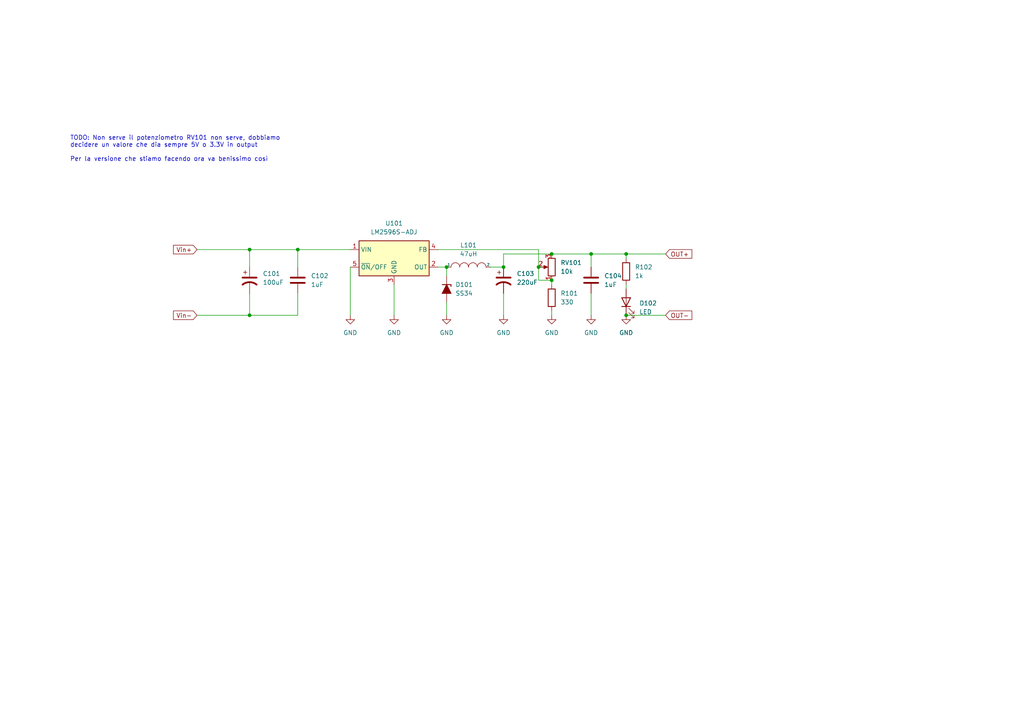
<source format=kicad_sch>
(kicad_sch (version 20211123) (generator eeschema)
  (paper "A4")
  (title_block (title "Modulo_LM2596S") (date "2022-10-17") (rev "1") (company "Nicola_Cristofoli"))
  (lib_symbols
    (symbol "Device:C" (pin_numbers hide) (pin_names (offset 0.254))
      (property "Reference" "C" (at 0.635 2.54 0))
      (property "Value" "C" (at 0.635 -2.54 0))
      (symbol "C_0_1"
        (polyline (pts (xy -2.032 -0.762) (xy 2.032 -0.762)) (stroke (width 0.508)))
        (polyline (pts (xy -2.032 0.762) (xy 2.032 0.762)) (stroke (width 0.508)))
      )
      (symbol "C_1_1"
        (pin passive line (at 0 3.81 270) (length 2.794) (name "~") (number "1"))
        (pin passive line (at 0 -3.81 90) (length 2.794) (name "~") (number "2"))
      )
    )
    (symbol "Device:C_Polarized_US" (pin_numbers hide) (pin_names (offset 0.254) hide)
      (property "Reference" "C" (at 0.635 2.54 0))
      (property "Value" "C_Polarized_US" (at 0.635 -2.54 0))
      (symbol "C_Polarized_US_0_1"
        (polyline (pts (xy -2.032 0.762) (xy 2.032 0.762)) (stroke (width 0.508)))
        (polyline (pts (xy -1.778 2.286) (xy -0.762 2.286)))
        (polyline (pts (xy -1.27 1.778) (xy -1.27 2.794)))
        (arc (start 2.032 -1.27) (mid 0 -0.5572) (end -2.032 -1.27) (stroke (width 0.508)))
      )
      (symbol "C_Polarized_US_1_1"
        (pin passive line (at 0 3.81 270) (length 2.794) (name "~") (number "1"))
        (pin passive line (at 0 -3.81 90) (length 3.302) (name "~") (number "2"))
      )
    )
    (symbol "Device:D_Zener_Filled" (pin_numbers hide) (pin_names (offset 1.016) hide)
      (property "Reference" "D" (at 0 2.54 0))
      (property "Value" "D_Zener_Filled" (at 0 -2.54 0))
      (symbol "D_Zener_Filled_0_1"
        (polyline (pts (xy 1.27 0) (xy -1.27 0)))
        (polyline (pts (xy -1.27 -1.27) (xy -1.27 1.27) (xy -0.762 1.27)) (stroke (width 0.254)))
        (polyline (pts (xy 1.27 -1.27) (xy 1.27 1.27) (xy -1.27 0) (xy 1.27 -1.27)) (stroke (width 0.254)) (fill (type outline)))
      )
      (symbol "D_Zener_Filled_1_1"
        (pin passive line (at -3.81 0 0) (length 2.54) (name "K") (number "1"))
        (pin passive line (at 3.81 0 180) (length 2.54) (name "A") (number "2"))
      )
    )
    (symbol "Device:LED" (pin_numbers hide) (pin_names (offset 1.016) hide)
      (property "Reference" "D" (at 0 2.54 0))
      (property "Value" "LED" (at 0 -2.54 0))
      (symbol "LED_0_1"
        (polyline (pts (xy -1.27 -1.27) (xy -1.27 1.27)) (stroke (width 0.254)))
        (polyline (pts (xy -1.27 0) (xy 1.27 0)))
        (polyline (pts (xy 1.27 -1.27) (xy 1.27 1.27) (xy -1.27 0) (xy 1.27 -1.27)) (stroke (width 0.254)))
        (polyline (pts (xy -3.048 -0.762) (xy -4.572 -2.286) (xy -3.81 -2.286) (xy -4.572 -2.286) (xy -4.572 -1.524)))
        (polyline (pts (xy -1.778 -0.762) (xy -3.302 -2.286) (xy -2.54 -2.286) (xy -3.302 -2.286) (xy -3.302 -1.524)))
      )
      (symbol "LED_1_1"
        (pin passive line (at -3.81 0 0) (length 2.54) (name "K") (number "1"))
        (pin passive line (at 3.81 0 180) (length 2.54) (name "A") (number "2"))
      )
    )
    (symbol "Device:R" (pin_numbers hide) (pin_names (offset 0))
      (property "Reference" "R" (at 2.032 0 90))
      (property "Value" "R" (at 0 0 90))
      (symbol "R_0_1"
        (rectangle (start -1.016 -2.54) (end 1.016 2.54) (stroke (width 0.254)))
      )
      (symbol "R_1_1"
        (pin passive line (at 0 3.81 270) (length 1.27) (name "~") (number "1"))
        (pin passive line (at 0 -3.81 90) (length 1.27) (name "~") (number "2"))
      )
    )
    (symbol "Device:R_Potentiometer" (pin_names (offset 1.016) hide)
      (property "Reference" "RV" (at -4.445 0 90))
      (property "Value" "R_Potentiometer" (at -2.54 0 90))
      (symbol "R_Potentiometer_0_1"
        (polyline (pts (xy 2.54 0) (xy 1.524 0)))
        (polyline (pts (xy 1.143 0) (xy 2.286 0.508) (xy 2.286 -0.508) (xy 1.143 0)) (fill (type outline)))
        (rectangle (start 1.016 2.54) (end -1.016 -2.54) (stroke (width 0.254)))
      )
      (symbol "R_Potentiometer_1_1"
        (pin passive line (at 0 3.81 270) (length 1.27) (name "1") (number "1"))
        (pin passive line (at 3.81 0 180) (length 1.27) (name "2") (number "2"))
        (pin passive line (at 0 -3.81 90) (length 1.27) (name "3") (number "3"))
      )
    )
    (symbol "Regulator_Switching:LM2596S-ADJ"
      (property "Reference" "U" (at -10.16 6.35 0))
      (property "Value" "LM2596S-ADJ" (at 0 6.35 0))
      (symbol "LM2596S-ADJ_0_1"
        (rectangle (start -10.16 5.08) (end 10.16 -5.08) (stroke (width 0.254)) (fill (type background)))
      )
      (symbol "LM2596S-ADJ_1_1"
        (pin power_in line (at -12.7 2.54 0) (length 2.54) (name "VIN") (number "1"))
        (pin output line (at 12.7 -2.54 180) (length 2.54) (name "OUT") (number "2"))
        (pin power_in line (at 0 -7.62 90) (length 2.54) (name "GND") (number "3"))
        (pin input line (at 12.7 2.54 180) (length 2.54) (name "FB") (number "4"))
        (pin input line (at -12.7 -2.54 0) (length 2.54) (name "~{ON}/OFF") (number "5"))
      )
    )
    (symbol "power:GND" (power) (pin_names (offset 0))
      (property "Value" "GND" (at 0 -3.81 0))
      (symbol "GND_0_1"
        (polyline (pts (xy 0 0) (xy 0 -1.27) (xy 1.27 -1.27) (xy 0 -2.54) (xy -1.27 -1.27) (xy 0 -1.27)))
      )
      (symbol "GND_1_1"
        (pin power_in line (at 0 0 270) (length 0) hide (name "GND") (number "1"))
      )
    )
    (symbol "pspice:INDUCTOR" (pin_numbers hide) (pin_names (offset 0))
      (property "Reference" "L" (at 0 2.54 0))
      (property "Value" "INDUCTOR" (at 0 -1.27 0))
      (symbol "INDUCTOR_0_1"
        (arc (start -2.54 0) (mid -3.81 1.27) (end -5.08 0))
        (arc (start 0 0) (mid -1.27 1.27) (end -2.54 0))
        (arc (start 2.54 0) (mid 1.27 1.27) (end 0 0))
        (arc (start 5.08 0) (mid 3.81 1.27) (end 2.54 0))
      )
      (symbol "INDUCTOR_1_1"
        (pin input line (at -6.35 0 0) (length 1.27) (name "1") (number "1"))
        (pin input line (at 6.35 0 180) (length 1.27) (name "2") (number "2"))
      )
    )
  )
  (junction (at 129.54 77.47))
  (junction (at 160.02 73.66))
  (junction (at 72.39 91.44))
  (junction (at 72.39 72.39))
  (junction (at 156.21 77.47))
  (junction (at 171.45 73.66))
  (junction (at 86.36 72.39))
  (junction (at 146.05 77.47))
  (junction (at 181.61 91.44))
  (junction (at 181.61 73.66))
  (junction (at 160.02 81.28))
  (wire (pts (xy 72.39 91.44) (xy 72.39 85.09)))
  (wire (pts (xy 146.05 85.09) (xy 146.05 91.44)))
  (wire (pts (xy 57.15 91.44) (xy 72.39 91.44)))
  (wire (pts (xy 146.05 73.66) (xy 146.05 77.47)))
  (wire (pts (xy 86.36 72.39) (xy 101.6 72.39)))
  (wire (pts (xy 72.39 72.39) (xy 86.36 72.39)))
  (wire (pts (xy 160.02 73.66) (xy 146.05 73.66)))
  (wire (pts (xy 160.02 90.17) (xy 160.02 91.44)))
  (wire (pts (xy 57.15 72.39) (xy 72.39 72.39)))
  (wire (pts (xy 72.39 72.39) (xy 72.39 77.47)))
  (wire (pts (xy 181.61 74.93) (xy 181.61 73.66)))
  (wire (pts (xy 181.61 73.66) (xy 171.45 73.66)))
  (wire (pts (xy 129.54 87.63) (xy 129.54 91.44)))
  (wire (pts (xy 171.45 73.66) (xy 160.02 73.66)))
  (wire (pts (xy 156.21 72.39) (xy 156.21 77.47)))
  (wire (pts (xy 114.3 82.55) (xy 114.3 91.44)))
  (wire (pts (xy 181.61 82.55) (xy 181.61 83.82)))
  (wire (pts (xy 160.02 81.28) (xy 160.02 82.55)))
  (wire (pts (xy 86.36 72.39) (xy 86.36 77.47)))
  (wire (pts (xy 181.61 91.44) (xy 193.04 91.44)))
  (wire (pts (xy 156.21 81.28) (xy 160.02 81.28)))
  (wire (pts (xy 181.61 73.66) (xy 193.04 73.66)))
  (wire (pts (xy 127 77.47) (xy 129.54 77.47)))
  (wire (pts (xy 156.21 77.47) (xy 156.21 81.28)))
  (wire (pts (xy 171.45 85.09) (xy 171.45 91.44)))
  (wire (pts (xy 86.36 91.44) (xy 72.39 91.44)))
  (wire (pts (xy 127 72.39) (xy 156.21 72.39)))
  (wire (pts (xy 142.24 77.47) (xy 146.05 77.47)))
  (wire (pts (xy 171.45 77.47) (xy 171.45 73.66)))
  (wire (pts (xy 86.36 85.09) (xy 86.36 91.44)))
  (wire (pts (xy 129.54 77.47) (xy 129.54 80.01)))
  (wire (pts (xy 101.6 77.47) (xy 101.6 91.44)))
  (text "TODO: Non serve il potenziometro RV101 non serve, dobbiamo \ndecidere un valore che dia sempre 5V o 3.3V in output \n\nPer la versione che stiamo facendo ora va benissimo così" (at 20.32 46.99 0) (effects (font (size 1.27 1.27)) (justify left bottom)))
  (global_label "OUT+" (shape input) (at 193.04 73.66 0) (property "Intersheet References" "${INTERSHEET_REFS}" (effects hide)))
  (global_label "OUT-" (shape input) (at 193.04 91.44 0) (property "Intersheet References" "${INTERSHEET_REFS}" (effects hide)))
  (global_label "Vin-" (shape input) (at 57.15 91.44 180) (property "Intersheet References" "${INTERSHEET_REFS}" (effects hide)))
  (global_label "Vin+" (shape input) (at 57.15 72.39 180) (property "Intersheet References" "${INTERSHEET_REFS}" (effects hide)))
  (symbol (lib_id "power:GND") (at 146.05 91.44 0) (unit 1)
    (property "Reference" "#PWR0104" (effects hide))
    (property "Value" "GND" (at 146.05 96.52 0))
  )
  (symbol (lib_id "power:GND") (at 114.3 91.44 0) (unit 1)
    (property "Reference" "#PWR0102" (effects hide))
    (property "Value" "GND" (at 114.3 96.52 0))
  )
  (symbol (lib_id "power:GND") (at 160.02 91.44 0) (unit 1)
    (property "Reference" "#PWR0105" (effects hide))
    (property "Value" "GND" (at 160.02 96.52 0))
  )
  (symbol (lib_id "Regulator_Switching:LM2596S-ADJ") (at 114.3 74.93 0) (unit 1)
    (property "Reference" "U101" (at 114.3 64.77 0))
    (property "Value" "LM2596S-ADJ" (at 114.3 67.31 0))
    (property "Footprint" "Package_TO_SOT_SMD:TO-263-5_TabPin3" (effects hide))
    (property "Datasheet" "http://www.ti.com/lit/ds/symlink/lm2596.pdf" (effects hide))
  )
  (symbol (lib_id "Device:C_Polarized_US") (at 72.39 81.28 0) (unit 1)
    (property "Reference" "C101" (at 76.2 79.3749 0) (effects (justify left)))
    (property "Value" "100uF" (at 76.2 81.9149 0) (effects (justify left)))
  )
  (symbol (lib_id "power:GND") (at 129.54 91.44 0) (unit 1)
    (property "Reference" "#PWR0103" (effects hide))
    (property "Value" "GND" (at 129.54 96.52 0))
  )
  (symbol (lib_id "Device:R") (at 160.02 86.36 0) (unit 1)
    (property "Reference" "R101" (at 162.56 85.0899 0) (effects (justify left)))
    (property "Value" "330" (at 162.56 87.6299 0) (effects (justify left)))
  )
  (symbol (lib_id "Device:C") (at 86.36 81.28 0) (unit 1)
    (property "Reference" "C102" (at 90.17 80.0099 0) (effects (justify left)))
    (property "Value" "1uF" (at 90.17 82.5499 0) (effects (justify left)))
  )
  (symbol (lib_id "pspice:INDUCTOR") (at 135.89 77.47 0) (unit 1)
    (property "Reference" "L101" (at 135.89 71.12 0))
    (property "Value" "47uH" (at 135.89 73.66 0))
  )
  (symbol (lib_id "power:GND") (at 171.45 91.44 0) (unit 1)
    (property "Reference" "#PWR0106" (effects hide))
    (property "Value" "GND" (at 171.45 96.52 0))
  )
  (symbol (lib_id "Device:D_Zener_Filled") (at 129.54 83.82 270) (unit 1)
    (property "Reference" "D101" (at 132.08 82.5499 90) (effects (justify left)))
    (property "Value" "SS34" (at 132.08 85.0899 90) (effects (justify left)))
  )
  (symbol (lib_id "Device:LED") (at 181.61 87.63 90) (unit 1)
    (property "Reference" "D102" (at 185.42 87.9474 90) (effects (justify right)))
    (property "Value" "LED" (at 185.42 90.4874 90) (effects (justify right)))
  )
  (symbol (lib_id "Device:R") (at 181.61 78.74 0) (unit 1)
    (property "Reference" "R102" (at 184.15 77.4699 0) (effects (justify left)))
    (property "Value" "1k" (at 184.15 80.0099 0) (effects (justify left)))
  )
  (symbol (lib_id "power:GND") (at 181.61 91.44 0) (unit 1)
    (property "Reference" "#PWR0107" (effects hide))
    (property "Value" "GND" (at 181.61 96.52 0))
  )
  (symbol (lib_id "Device:C_Polarized_US") (at 146.05 81.28 0) (unit 1)
    (property "Reference" "C103" (at 149.86 79.3749 0) (effects (justify left)))
    (property "Value" "220uF" (at 149.86 81.9149 0) (effects (justify left)))
  )
  (symbol (lib_id "Device:R_Potentiometer") (at 160.02 77.47 180) (unit 1)
    (property "Reference" "RV101" (at 162.56 76.1999 0) (effects (justify right)))
    (property "Value" "10k" (at 162.56 78.7399 0) (effects (justify right)))
    (property "Footprint" "Potentiometer_THT:Potentiometer_Bourns_3299W_Vertical" (effects hide))
  )
  (symbol (lib_id "Device:C") (at 171.45 81.28 0) (unit 1)
    (property "Reference" "C104" (at 175.26 80.0099 0) (effects (justify left)))
    (property "Value" "1uF" (at 175.26 82.5499 0) (effects (justify left)))
  )
  (symbol (lib_id "power:GND") (at 101.6 91.44 0) (unit 1)
    (property "Reference" "#PWR0101" (effects hide))
    (property "Value" "GND" (at 101.6 96.52 0))
  )
)
</source>
